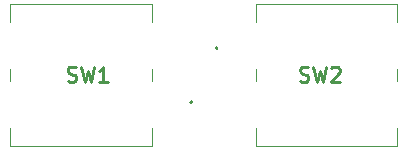
<source format=gbr>
G04 #@! TF.GenerationSoftware,KiCad,Pcbnew,(5.1.5)-3*
G04 #@! TF.CreationDate,2020-03-19T11:10:08+02:00*
G04 #@! TF.ProjectId,RightSidePanel,52696768-7453-4696-9465-50616e656c2e,rev?*
G04 #@! TF.SameCoordinates,Original*
G04 #@! TF.FileFunction,Legend,Top*
G04 #@! TF.FilePolarity,Positive*
%FSLAX46Y46*%
G04 Gerber Fmt 4.6, Leading zero omitted, Abs format (unit mm)*
G04 Created by KiCad (PCBNEW (5.1.5)-3) date 2020-03-19 11:10:08*
%MOMM*%
%LPD*%
G04 APERTURE LIST*
%ADD10C,0.200000*%
%ADD11C,0.100000*%
%ADD12C,0.254000*%
G04 APERTURE END LIST*
D10*
X86075000Y-136550000D02*
G75*
G03X86075000Y-136350000I0J100000D01*
G01*
X86075000Y-136350000D02*
G75*
G03X86075000Y-136550000I0J-100000D01*
G01*
X86075000Y-136350000D02*
X86075000Y-136350000D01*
X86075000Y-136550000D02*
X86075000Y-136550000D01*
D11*
X89375000Y-138250000D02*
X89375000Y-139250000D01*
X101375000Y-138250000D02*
X101385000Y-139250000D01*
X89380000Y-144750000D02*
X89380000Y-143250000D01*
X101385000Y-144750000D02*
X89380000Y-144750000D01*
X101375000Y-143250000D02*
X101385000Y-144750000D01*
X89375000Y-132750000D02*
X89375000Y-134250000D01*
X101385000Y-132750000D02*
X89375000Y-132750000D01*
X101385000Y-134250000D02*
X101385000Y-132750000D01*
D10*
X83925000Y-140950000D02*
G75*
G03X83925000Y-141150000I0J-100000D01*
G01*
X83925000Y-141150000D02*
G75*
G03X83925000Y-140950000I0J100000D01*
G01*
X83925000Y-141150000D02*
X83925000Y-141150000D01*
X83925000Y-140950000D02*
X83925000Y-140950000D01*
D11*
X80625000Y-139250000D02*
X80625000Y-138250000D01*
X68625000Y-139250000D02*
X68615000Y-138250000D01*
X80620000Y-132750000D02*
X80620000Y-134250000D01*
X68615000Y-132750000D02*
X80620000Y-132750000D01*
X68625000Y-134250000D02*
X68615000Y-132750000D01*
X80625000Y-144750000D02*
X80625000Y-143250000D01*
X68615000Y-144750000D02*
X80625000Y-144750000D01*
X68615000Y-143250000D02*
X68615000Y-144750000D01*
D12*
X93131666Y-139264047D02*
X93313095Y-139324523D01*
X93615476Y-139324523D01*
X93736428Y-139264047D01*
X93796904Y-139203571D01*
X93857380Y-139082619D01*
X93857380Y-138961666D01*
X93796904Y-138840714D01*
X93736428Y-138780238D01*
X93615476Y-138719761D01*
X93373571Y-138659285D01*
X93252619Y-138598809D01*
X93192142Y-138538333D01*
X93131666Y-138417380D01*
X93131666Y-138296428D01*
X93192142Y-138175476D01*
X93252619Y-138115000D01*
X93373571Y-138054523D01*
X93675952Y-138054523D01*
X93857380Y-138115000D01*
X94280714Y-138054523D02*
X94583095Y-139324523D01*
X94825000Y-138417380D01*
X95066904Y-139324523D01*
X95369285Y-138054523D01*
X95792619Y-138175476D02*
X95853095Y-138115000D01*
X95974047Y-138054523D01*
X96276428Y-138054523D01*
X96397380Y-138115000D01*
X96457857Y-138175476D01*
X96518333Y-138296428D01*
X96518333Y-138417380D01*
X96457857Y-138598809D01*
X95732142Y-139324523D01*
X96518333Y-139324523D01*
X73481666Y-139264047D02*
X73663095Y-139324523D01*
X73965476Y-139324523D01*
X74086428Y-139264047D01*
X74146904Y-139203571D01*
X74207380Y-139082619D01*
X74207380Y-138961666D01*
X74146904Y-138840714D01*
X74086428Y-138780238D01*
X73965476Y-138719761D01*
X73723571Y-138659285D01*
X73602619Y-138598809D01*
X73542142Y-138538333D01*
X73481666Y-138417380D01*
X73481666Y-138296428D01*
X73542142Y-138175476D01*
X73602619Y-138115000D01*
X73723571Y-138054523D01*
X74025952Y-138054523D01*
X74207380Y-138115000D01*
X74630714Y-138054523D02*
X74933095Y-139324523D01*
X75175000Y-138417380D01*
X75416904Y-139324523D01*
X75719285Y-138054523D01*
X76868333Y-139324523D02*
X76142619Y-139324523D01*
X76505476Y-139324523D02*
X76505476Y-138054523D01*
X76384523Y-138235952D01*
X76263571Y-138356904D01*
X76142619Y-138417380D01*
M02*

</source>
